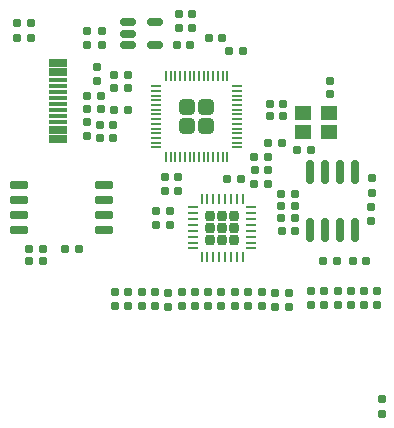
<source format=gtp>
%TF.GenerationSoftware,KiCad,Pcbnew,7.0.10*%
%TF.CreationDate,2024-02-03T16:53:45+08:00*%
%TF.ProjectId,ad7142-eval,61643731-3432-42d6-9576-616c2e6b6963,rev?*%
%TF.SameCoordinates,Original*%
%TF.FileFunction,Paste,Top*%
%TF.FilePolarity,Positive*%
%FSLAX46Y46*%
G04 Gerber Fmt 4.6, Leading zero omitted, Abs format (unit mm)*
G04 Created by KiCad (PCBNEW 7.0.10) date 2024-02-03 16:53:45*
%MOMM*%
%LPD*%
G01*
G04 APERTURE LIST*
G04 Aperture macros list*
%AMRoundRect*
0 Rectangle with rounded corners*
0 $1 Rounding radius*
0 $2 $3 $4 $5 $6 $7 $8 $9 X,Y pos of 4 corners*
0 Add a 4 corners polygon primitive as box body*
4,1,4,$2,$3,$4,$5,$6,$7,$8,$9,$2,$3,0*
0 Add four circle primitives for the rounded corners*
1,1,$1+$1,$2,$3*
1,1,$1+$1,$4,$5*
1,1,$1+$1,$6,$7*
1,1,$1+$1,$8,$9*
0 Add four rect primitives between the rounded corners*
20,1,$1+$1,$2,$3,$4,$5,0*
20,1,$1+$1,$4,$5,$6,$7,0*
20,1,$1+$1,$6,$7,$8,$9,0*
20,1,$1+$1,$8,$9,$2,$3,0*%
G04 Aperture macros list end*
%ADD10RoundRect,0.160000X0.160000X-0.197500X0.160000X0.197500X-0.160000X0.197500X-0.160000X-0.197500X0*%
%ADD11RoundRect,0.160000X0.197500X0.160000X-0.197500X0.160000X-0.197500X-0.160000X0.197500X-0.160000X0*%
%ADD12RoundRect,0.155000X-0.212500X-0.155000X0.212500X-0.155000X0.212500X0.155000X-0.212500X0.155000X0*%
%ADD13RoundRect,0.160000X-0.197500X-0.160000X0.197500X-0.160000X0.197500X0.160000X-0.197500X0.160000X0*%
%ADD14RoundRect,0.160000X-0.160000X0.197500X-0.160000X-0.197500X0.160000X-0.197500X0.160000X0.197500X0*%
%ADD15RoundRect,0.207500X0.207500X-0.207500X0.207500X0.207500X-0.207500X0.207500X-0.207500X-0.207500X0*%
%ADD16RoundRect,0.062500X0.062500X-0.350000X0.062500X0.350000X-0.062500X0.350000X-0.062500X-0.350000X0*%
%ADD17RoundRect,0.062500X0.350000X-0.062500X0.350000X0.062500X-0.350000X0.062500X-0.350000X-0.062500X0*%
%ADD18RoundRect,0.155000X0.155000X-0.212500X0.155000X0.212500X-0.155000X0.212500X-0.155000X-0.212500X0*%
%ADD19RoundRect,0.150000X0.650000X0.150000X-0.650000X0.150000X-0.650000X-0.150000X0.650000X-0.150000X0*%
%ADD20RoundRect,0.155000X0.212500X0.155000X-0.212500X0.155000X-0.212500X-0.155000X0.212500X-0.155000X0*%
%ADD21RoundRect,0.150000X-0.512500X-0.150000X0.512500X-0.150000X0.512500X0.150000X-0.512500X0.150000X0*%
%ADD22RoundRect,0.150000X-0.150000X0.825000X-0.150000X-0.825000X0.150000X-0.825000X0.150000X0.825000X0*%
%ADD23RoundRect,0.249999X0.395001X-0.395001X0.395001X0.395001X-0.395001X0.395001X-0.395001X-0.395001X0*%
%ADD24RoundRect,0.050000X0.050000X-0.387500X0.050000X0.387500X-0.050000X0.387500X-0.050000X-0.387500X0*%
%ADD25RoundRect,0.050000X0.387500X-0.050000X0.387500X0.050000X-0.387500X0.050000X-0.387500X-0.050000X0*%
%ADD26RoundRect,0.050800X-0.725150X0.149850X-0.725150X-0.149850X0.725150X-0.149850X0.725150X0.149850X0*%
%ADD27RoundRect,0.050800X-0.725150X0.299700X-0.725150X-0.299700X0.725150X-0.299700X0.725150X0.299700X0*%
%ADD28R,1.400000X1.200000*%
G04 APERTURE END LIST*
D10*
%TO.C,R37*%
X140462000Y-113538000D03*
X140462000Y-112343000D03*
%TD*%
D11*
%TO.C,R30*%
X135540000Y-100640000D03*
X136735000Y-100640000D03*
%TD*%
D12*
%TO.C,C6*%
X116630000Y-90220000D03*
X117765000Y-90220000D03*
%TD*%
%TO.C,C15*%
X116630000Y-89120000D03*
X117765000Y-89120000D03*
%TD*%
D13*
%TO.C,R6*%
X127512500Y-82810000D03*
X128707500Y-82810000D03*
%TD*%
D12*
%TO.C,C20*%
X130845000Y-92935000D03*
X129710000Y-92935000D03*
%TD*%
D11*
%TO.C,R15*%
X122530000Y-96410000D03*
X121335000Y-96410000D03*
%TD*%
D10*
%TO.C,R32*%
X134527500Y-103122500D03*
X134527500Y-104317500D03*
%TD*%
D12*
%TO.C,C3*%
X133330000Y-91210000D03*
X134465000Y-91210000D03*
%TD*%
D14*
%TO.C,R27*%
X130332500Y-103265000D03*
X130332500Y-104460000D03*
%TD*%
D12*
%TO.C,C24*%
X131976000Y-94968000D03*
X133111000Y-94968000D03*
%TD*%
D14*
%TO.C,R24*%
X126907500Y-103212500D03*
X126907500Y-104407500D03*
%TD*%
D10*
%TO.C,R34*%
X137851500Y-103122500D03*
X137851500Y-104317500D03*
%TD*%
D12*
%TO.C,C18*%
X130865000Y-90610000D03*
X132000000Y-90610000D03*
%TD*%
D14*
%TO.C,R29*%
X132632500Y-103290000D03*
X132632500Y-104485000D03*
%TD*%
D15*
%TO.C,U4*%
X125947500Y-98840000D03*
X126977500Y-98840000D03*
X128007500Y-98840000D03*
X125947500Y-97810000D03*
X126977500Y-97810000D03*
X128007500Y-97810000D03*
X125947500Y-96780000D03*
X126977500Y-96780000D03*
X128007500Y-96780000D03*
D16*
X125227500Y-100247500D03*
X125727500Y-100247500D03*
X126227500Y-100247500D03*
X126727500Y-100247500D03*
X127227500Y-100247500D03*
X127727500Y-100247500D03*
X128227500Y-100247500D03*
X128727500Y-100247500D03*
D17*
X129415000Y-99560000D03*
X129415000Y-99060000D03*
X129415000Y-98560000D03*
X129415000Y-98060000D03*
X129415000Y-97560000D03*
X129415000Y-97060000D03*
X129415000Y-96560000D03*
X129415000Y-96060000D03*
D16*
X128727500Y-95372500D03*
X128227500Y-95372500D03*
X127727500Y-95372500D03*
X127227500Y-95372500D03*
X126727500Y-95372500D03*
X126227500Y-95372500D03*
X125727500Y-95372500D03*
X125227500Y-95372500D03*
D17*
X124540000Y-96060000D03*
X124540000Y-96560000D03*
X124540000Y-97060000D03*
X124540000Y-97560000D03*
X124540000Y-98060000D03*
X124540000Y-98560000D03*
X124540000Y-99060000D03*
X124540000Y-99560000D03*
%TD*%
D13*
%TO.C,R8*%
X115510000Y-86610000D03*
X116705000Y-86610000D03*
%TD*%
D12*
%TO.C,C22*%
X131990000Y-97010000D03*
X133125000Y-97010000D03*
%TD*%
D10*
%TO.C,R11*%
X122107500Y-94710000D03*
X122107500Y-93515000D03*
%TD*%
D14*
%TO.C,R23*%
X125782500Y-103212500D03*
X125782500Y-104407500D03*
%TD*%
D12*
%TO.C,C17*%
X117840000Y-84860000D03*
X118975000Y-84860000D03*
%TD*%
D14*
%TO.C,R25*%
X128032500Y-103240000D03*
X128032500Y-104435000D03*
%TD*%
%TO.C,R17*%
X119032500Y-103262500D03*
X119032500Y-104457500D03*
%TD*%
D13*
%TO.C,R2*%
X113672500Y-99570000D03*
X114867500Y-99570000D03*
%TD*%
D14*
%TO.C,R20*%
X122407500Y-104482500D03*
X122407500Y-103287500D03*
%TD*%
D18*
%TO.C,C7*%
X115557500Y-82310000D03*
X115557500Y-81175000D03*
%TD*%
D13*
%TO.C,R12*%
X131926000Y-95984000D03*
X133121000Y-95984000D03*
%TD*%
D11*
%TO.C,R10*%
X130855000Y-91810000D03*
X129660000Y-91810000D03*
%TD*%
D10*
%TO.C,R13*%
X139617500Y-93632500D03*
X139617500Y-94827500D03*
%TD*%
D18*
%TO.C,C13*%
X124407500Y-80877500D03*
X124407500Y-79742500D03*
%TD*%
D13*
%TO.C,R1*%
X109610000Y-80510000D03*
X110805000Y-80510000D03*
%TD*%
D12*
%TO.C,C19*%
X132015000Y-98060000D03*
X133150000Y-98060000D03*
%TD*%
D18*
%TO.C,C5*%
X136082500Y-86485000D03*
X136082500Y-85350000D03*
%TD*%
D14*
%TO.C,R9*%
X123207500Y-93512500D03*
X123207500Y-94707500D03*
%TD*%
D18*
%TO.C,C4*%
X116807500Y-82310000D03*
X116807500Y-81175000D03*
%TD*%
D19*
%TO.C,U1*%
X109757500Y-98015000D03*
X109757500Y-96745000D03*
X109757500Y-95475000D03*
X109757500Y-94205000D03*
X116957500Y-94205000D03*
X116957500Y-95475000D03*
X116957500Y-96745000D03*
X116957500Y-98015000D03*
%TD*%
D10*
%TO.C,R31*%
X136743500Y-103122500D03*
X136743500Y-104317500D03*
%TD*%
D14*
%TO.C,R21*%
X123532500Y-103237500D03*
X123532500Y-104432500D03*
%TD*%
D10*
%TO.C,R33*%
X135635500Y-104317500D03*
X135635500Y-103122500D03*
%TD*%
%TO.C,R5*%
X116407500Y-85407500D03*
X116407500Y-84212500D03*
%TD*%
D18*
%TO.C,C11*%
X123307500Y-80877500D03*
X123307500Y-79742500D03*
%TD*%
D12*
%TO.C,C1*%
X111792500Y-99570000D03*
X110657500Y-99570000D03*
%TD*%
D10*
%TO.C,R35*%
X138959500Y-103122500D03*
X138959500Y-104317500D03*
%TD*%
%TO.C,R36*%
X140067500Y-104317500D03*
X140067500Y-103122500D03*
%TD*%
D20*
%TO.C,C26*%
X122525000Y-97560000D03*
X121390000Y-97560000D03*
%TD*%
%TO.C,C25*%
X138017500Y-100610000D03*
X139152500Y-100610000D03*
%TD*%
D12*
%TO.C,C12*%
X117840000Y-87810000D03*
X118975000Y-87810000D03*
%TD*%
D20*
%TO.C,C23*%
X128535000Y-93640000D03*
X127400000Y-93640000D03*
%TD*%
%TO.C,C14*%
X132125000Y-88385000D03*
X130990000Y-88385000D03*
%TD*%
D13*
%TO.C,R7*%
X115512500Y-87710000D03*
X116707500Y-87710000D03*
%TD*%
D14*
%TO.C,R18*%
X120157500Y-103262500D03*
X120157500Y-104457500D03*
%TD*%
D21*
%TO.C,U2*%
X118970000Y-80410000D03*
X118970000Y-81360000D03*
X118970000Y-82310000D03*
X121245000Y-82310000D03*
X121245000Y-80410000D03*
%TD*%
D10*
%TO.C,R4*%
X115507500Y-90007500D03*
X115507500Y-88812500D03*
%TD*%
%TO.C,R14*%
X139607500Y-97245000D03*
X139607500Y-96050000D03*
%TD*%
D22*
%TO.C,U5*%
X138252500Y-93065000D03*
X136982500Y-93065000D03*
X135712500Y-93065000D03*
X134442500Y-93065000D03*
X134442500Y-98015000D03*
X135712500Y-98015000D03*
X136982500Y-98015000D03*
X138252500Y-98015000D03*
%TD*%
D14*
%TO.C,R28*%
X131482500Y-104482500D03*
X131482500Y-103287500D03*
%TD*%
%TO.C,R19*%
X121282500Y-104457500D03*
X121282500Y-103262500D03*
%TD*%
D11*
%TO.C,R3*%
X111802500Y-100630000D03*
X110607500Y-100630000D03*
%TD*%
D20*
%TO.C,C8*%
X132117500Y-87285000D03*
X130982500Y-87285000D03*
%TD*%
D12*
%TO.C,C10*%
X123107500Y-82310000D03*
X124242500Y-82310000D03*
%TD*%
D14*
%TO.C,R16*%
X117907500Y-103262500D03*
X117907500Y-104457500D03*
%TD*%
D12*
%TO.C,C21*%
X129697500Y-94060000D03*
X130832500Y-94060000D03*
%TD*%
%TO.C,C2*%
X109640000Y-81710000D03*
X110775000Y-81710000D03*
%TD*%
D23*
%TO.C,U3*%
X124007500Y-89210000D03*
X125607500Y-89210000D03*
X124007500Y-87610000D03*
X125607500Y-87610000D03*
D24*
X122207500Y-91847500D03*
X122607500Y-91847500D03*
X123007500Y-91847500D03*
X123407500Y-91847500D03*
X123807500Y-91847500D03*
X124207500Y-91847500D03*
X124607500Y-91847500D03*
X125007500Y-91847500D03*
X125407500Y-91847500D03*
X125807500Y-91847500D03*
X126207500Y-91847500D03*
X126607500Y-91847500D03*
X127007500Y-91847500D03*
X127407500Y-91847500D03*
D25*
X128245000Y-91010000D03*
X128245000Y-90610000D03*
X128245000Y-90210000D03*
X128245000Y-89810000D03*
X128245000Y-89410000D03*
X128245000Y-89010000D03*
X128245000Y-88610000D03*
X128245000Y-88210000D03*
X128245000Y-87810000D03*
X128245000Y-87410000D03*
X128245000Y-87010000D03*
X128245000Y-86610000D03*
X128245000Y-86210000D03*
X128245000Y-85810000D03*
D24*
X127407500Y-84972500D03*
X127007500Y-84972500D03*
X126607500Y-84972500D03*
X126207500Y-84972500D03*
X125807500Y-84972500D03*
X125407500Y-84972500D03*
X125007500Y-84972500D03*
X124607500Y-84972500D03*
X124207500Y-84972500D03*
X123807500Y-84972500D03*
X123407500Y-84972500D03*
X123007500Y-84972500D03*
X122607500Y-84972500D03*
X122207500Y-84972500D03*
D25*
X121370000Y-85810000D03*
X121370000Y-86210000D03*
X121370000Y-86610000D03*
X121370000Y-87010000D03*
X121370000Y-87410000D03*
X121370000Y-87810000D03*
X121370000Y-88210000D03*
X121370000Y-88610000D03*
X121370000Y-89010000D03*
X121370000Y-89410000D03*
X121370000Y-89810000D03*
X121370000Y-90210000D03*
X121370000Y-90610000D03*
X121370000Y-91010000D03*
%TD*%
D20*
%TO.C,C16*%
X126975000Y-81710000D03*
X125840000Y-81710000D03*
%TD*%
D12*
%TO.C,C9*%
X117840000Y-86010000D03*
X118975000Y-86010000D03*
%TD*%
D26*
%TO.C,USB1*%
X113034600Y-85312300D03*
X113034600Y-86313100D03*
X113034600Y-87811700D03*
X113034600Y-88812500D03*
D27*
X113034600Y-89513500D03*
X113034600Y-90283100D03*
D26*
X113034600Y-88312100D03*
X113034600Y-87311300D03*
X113034600Y-86813500D03*
X113034600Y-85812700D03*
D27*
X113034600Y-84611300D03*
X113034600Y-83836600D03*
%TD*%
D14*
%TO.C,R26*%
X129182500Y-103265000D03*
X129182500Y-104460000D03*
%TD*%
D28*
%TO.C,Y1*%
X133782500Y-89685000D03*
X135982500Y-89685000D03*
X135982500Y-88085000D03*
X133782500Y-88085000D03*
%TD*%
D14*
%TO.C,R22*%
X124657500Y-103212500D03*
X124657500Y-104407500D03*
%TD*%
M02*

</source>
